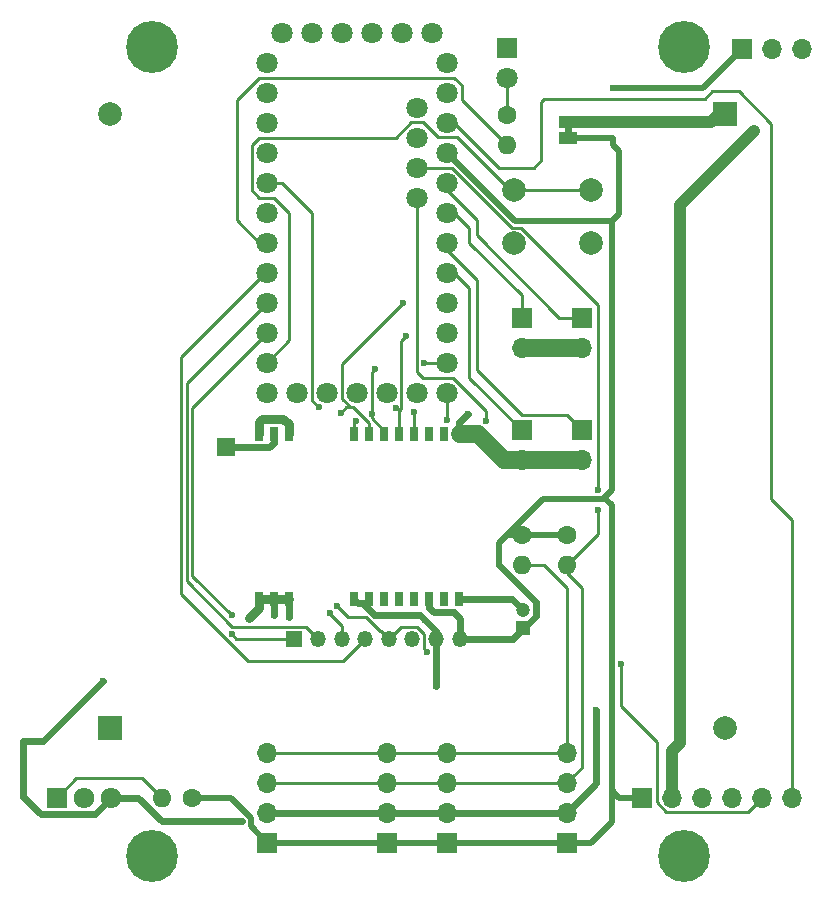
<source format=gbr>
%TF.GenerationSoftware,KiCad,Pcbnew,6.0.11-2627ca5db0~126~ubuntu22.04.1*%
%TF.CreationDate,2023-08-15T16:50:11+02:00*%
%TF.ProjectId,HB-UNI-SEN-BATT_E07-900M10S_FUEL4EP,48422d55-4e49-42d5-9345-4e2d42415454,1.0*%
%TF.SameCoordinates,Original*%
%TF.FileFunction,Copper,L1,Top*%
%TF.FilePolarity,Positive*%
%FSLAX46Y46*%
G04 Gerber Fmt 4.6, Leading zero omitted, Abs format (unit mm)*
G04 Created by KiCad (PCBNEW 6.0.11-2627ca5db0~126~ubuntu22.04.1) date 2023-08-15 16:50:11*
%MOMM*%
%LPD*%
G01*
G04 APERTURE LIST*
G04 Aperture macros list*
%AMRoundRect*
0 Rectangle with rounded corners*
0 $1 Rounding radius*
0 $2 $3 $4 $5 $6 $7 $8 $9 X,Y pos of 4 corners*
0 Add a 4 corners polygon primitive as box body*
4,1,4,$2,$3,$4,$5,$6,$7,$8,$9,$2,$3,0*
0 Add four circle primitives for the rounded corners*
1,1,$1+$1,$2,$3*
1,1,$1+$1,$4,$5*
1,1,$1+$1,$6,$7*
1,1,$1+$1,$8,$9*
0 Add four rect primitives between the rounded corners*
20,1,$1+$1,$2,$3,$4,$5,0*
20,1,$1+$1,$4,$5,$6,$7,0*
20,1,$1+$1,$6,$7,$8,$9,0*
20,1,$1+$1,$8,$9,$2,$3,0*%
G04 Aperture macros list end*
%TA.AperFunction,ComponentPad*%
%ADD10R,1.800000X1.800000*%
%TD*%
%TA.AperFunction,ComponentPad*%
%ADD11C,1.800000*%
%TD*%
%TA.AperFunction,ComponentPad*%
%ADD12R,1.700000X1.700000*%
%TD*%
%TA.AperFunction,ComponentPad*%
%ADD13O,1.700000X1.700000*%
%TD*%
%TA.AperFunction,ComponentPad*%
%ADD14R,2.000000X2.000000*%
%TD*%
%TA.AperFunction,ComponentPad*%
%ADD15C,2.000000*%
%TD*%
%TA.AperFunction,ComponentPad*%
%ADD16R,1.200000X1.200000*%
%TD*%
%TA.AperFunction,ComponentPad*%
%ADD17C,1.200000*%
%TD*%
%TA.AperFunction,ComponentPad*%
%ADD18C,1.600000*%
%TD*%
%TA.AperFunction,ComponentPad*%
%ADD19O,1.600000X1.600000*%
%TD*%
%TA.AperFunction,ComponentPad*%
%ADD20R,1.717500X1.800000*%
%TD*%
%TA.AperFunction,ComponentPad*%
%ADD21O,1.717500X1.800000*%
%TD*%
%TA.AperFunction,SMDPad,CuDef*%
%ADD22R,0.800000X1.270000*%
%TD*%
%TA.AperFunction,SMDPad,CuDef*%
%ADD23R,1.500000X1.000000*%
%TD*%
%TA.AperFunction,ComponentPad*%
%ADD24C,0.700000*%
%TD*%
%TA.AperFunction,ComponentPad*%
%ADD25C,4.400000*%
%TD*%
%TA.AperFunction,ComponentPad*%
%ADD26R,1.350000X1.350000*%
%TD*%
%TA.AperFunction,ComponentPad*%
%ADD27O,1.350000X1.350000*%
%TD*%
%TA.AperFunction,ComponentPad*%
%ADD28RoundRect,0.250000X-0.550000X-0.550000X0.550000X-0.550000X0.550000X0.550000X-0.550000X0.550000X0*%
%TD*%
%TA.AperFunction,ViaPad*%
%ADD29C,0.600000*%
%TD*%
%TA.AperFunction,ViaPad*%
%ADD30C,1.000000*%
%TD*%
%TA.AperFunction,Conductor*%
%ADD31C,1.500000*%
%TD*%
%TA.AperFunction,Conductor*%
%ADD32C,0.600000*%
%TD*%
%TA.AperFunction,Conductor*%
%ADD33C,0.800000*%
%TD*%
%TA.AperFunction,Conductor*%
%ADD34C,0.250000*%
%TD*%
%TA.AperFunction,Conductor*%
%ADD35C,0.500000*%
%TD*%
%TA.AperFunction,Conductor*%
%ADD36C,1.000000*%
%TD*%
G04 APERTURE END LIST*
%TO.C,JP2*%
G36*
X50557000Y64500000D02*
G01*
X49957000Y64500000D01*
X49957000Y65000000D01*
X50557000Y65000000D01*
X50557000Y64500000D01*
G37*
%TD*%
D10*
%TO.P,D1,1,K*%
%TO.N,GND*%
X45050000Y71720000D03*
D11*
%TO.P,D1,2,A*%
%TO.N,Net-(D1-Pad2)*%
X45050000Y69180000D03*
%TD*%
D12*
%TO.P,J1,1,Pin_1*%
%TO.N,/A0*%
X46320000Y39335000D03*
D13*
%TO.P,J1,2,Pin_2*%
%TO.N,GND*%
X46320000Y36795000D03*
%TD*%
D12*
%TO.P,J2,1,Pin_1*%
%TO.N,/A1*%
X51400000Y39335000D03*
D13*
%TO.P,J2,2,Pin_2*%
%TO.N,GND*%
X51400000Y36795000D03*
%TD*%
D12*
%TO.P,J7,1,Pin_1*%
%TO.N,VCC*%
X34890000Y4410000D03*
D13*
%TO.P,J7,2,Pin_2*%
%TO.N,GND*%
X34890000Y6950000D03*
%TO.P,J7,3,Pin_3*%
%TO.N,/SCL*%
X34890000Y9490000D03*
%TO.P,J7,4,Pin_4*%
%TO.N,/SDA*%
X34890000Y12030000D03*
%TD*%
D14*
%TO.P,BT1,1,+*%
%TO.N,/plusBAT*%
X63490000Y66140000D03*
D15*
%TO.P,BT1,2,-*%
%TO.N,/conBAT*%
X63490000Y14150000D03*
%TD*%
D12*
%TO.P,J3,1,Pin_1*%
%TO.N,/A2*%
X46320000Y48860000D03*
D13*
%TO.P,J3,2,Pin_2*%
%TO.N,GND*%
X46320000Y46320000D03*
%TD*%
D12*
%TO.P,J4,1,Pin_1*%
%TO.N,/A3*%
X51400000Y48860000D03*
D13*
%TO.P,J4,2,Pin_2*%
%TO.N,GND*%
X51400000Y46320000D03*
%TD*%
D12*
%TO.P,J5,1,Pin_1*%
%TO.N,VCC*%
X56480000Y8220000D03*
D13*
%TO.P,J5,2,Pin_2*%
%TO.N,/minusBAT*%
X59020000Y8220000D03*
%TO.P,J5,3,Pin_3*%
%TO.N,/MOSI*%
X61560000Y8220000D03*
%TO.P,J5,4,Pin_4*%
%TO.N,/SCK*%
X64100000Y8220000D03*
%TO.P,J5,5,Pin_5*%
%TO.N,/MISO*%
X66640000Y8220000D03*
%TO.P,J5,6,Pin_6*%
%TO.N,/RSET*%
X69180000Y8220000D03*
%TD*%
D12*
%TO.P,J6,1,Pin_1*%
%TO.N,VCC*%
X24730000Y4410000D03*
D13*
%TO.P,J6,2,Pin_2*%
%TO.N,GND*%
X24730000Y6950000D03*
%TO.P,J6,3,Pin_3*%
%TO.N,/SCL*%
X24730000Y9490000D03*
%TO.P,J6,4,Pin_4*%
%TO.N,/SDA*%
X24730000Y12030000D03*
%TD*%
D16*
%TO.P,C1,1*%
%TO.N,VCC*%
X46447000Y22596400D03*
D17*
%TO.P,C1,2*%
%TO.N,GND*%
X46447000Y24096400D03*
%TD*%
D18*
%TO.P,R4,1*%
%TO.N,VCC*%
X50130000Y30445000D03*
D19*
%TO.P,R4,2*%
%TO.N,/SCL*%
X50130000Y27905000D03*
%TD*%
D18*
%TO.P,R5,1*%
%TO.N,VCC*%
X46320000Y30445000D03*
D19*
%TO.P,R5,2*%
%TO.N,/SDA*%
X46320000Y27905000D03*
%TD*%
D18*
%TO.P,R1,1*%
%TO.N,Net-(D1-Pad2)*%
X45050000Y66005000D03*
D19*
%TO.P,R1,2*%
%TO.N,Net-(Module2-Pad7C)*%
X45050000Y63465000D03*
%TD*%
D18*
%TO.P,R3,1*%
%TO.N,VCC*%
X18380000Y8220000D03*
D19*
%TO.P,R3,2*%
%TO.N,Net-(Q1-Pad1)*%
X15840000Y8220000D03*
%TD*%
D20*
%TO.P,Q1,1,G*%
%TO.N,Net-(Q1-Pad1)*%
X6950000Y8220000D03*
D21*
%TO.P,Q1,2,D*%
%TO.N,/minusBAT*%
X9240000Y8220000D03*
%TO.P,Q1,3,S*%
%TO.N,GND*%
X11530000Y8220000D03*
%TD*%
D12*
%TO.P,J9,1,Pin_1*%
%TO.N,VCC*%
X50130000Y4410000D03*
D13*
%TO.P,J9,2,Pin_2*%
%TO.N,GND*%
X50130000Y6950000D03*
%TO.P,J9,3,Pin_3*%
%TO.N,/SCL*%
X50130000Y9490000D03*
%TO.P,J9,4,Pin_4*%
%TO.N,/SDA*%
X50130000Y12030000D03*
%TD*%
D12*
%TO.P,J10,1,Pin_1*%
%TO.N,VCC*%
X64989000Y71656500D03*
D13*
%TO.P,J10,2,Pin_2*%
%TO.N,/plusBAT*%
X67529000Y71656500D03*
%TO.P,J10,3,Pin_3*%
%TO.N,/minusBAT*%
X70069000Y71656500D03*
%TD*%
D11*
%TO.P,Module2,1A,VCC*%
%TO.N,unconnected-(Module2-Pad1A)*%
X39970000Y70450000D03*
%TO.P,Module2,1B,PC2/TCK*%
%TO.N,unconnected-(Module2-Pad1B)*%
X27270000Y42510000D03*
%TO.P,Module2,1C,PD1/TXD0*%
%TO.N,unconnected-(Module2-Pad1C)*%
X24730000Y70450000D03*
%TO.P,Module2,1D,DTR*%
%TO.N,unconnected-(Module2-Pad1D)*%
X26000000Y72990000D03*
%TO.P,Module2,1E,VCC*%
%TO.N,unconnected-(Module2-Pad1E)*%
X37430000Y66640000D03*
%TO.P,Module2,2A,GND*%
%TO.N,GND*%
X39970000Y67910000D03*
%TO.P,Module2,2B,PC4/TD0*%
%TO.N,unconnected-(Module2-Pad2B)*%
X29810000Y42510000D03*
%TO.P,Module2,2C,PD0/RXD0*%
%TO.N,unconnected-(Module2-Pad2C)*%
X24730000Y67910000D03*
%TO.P,Module2,2D,PD1/TXD0*%
%TO.N,unconnected-(Module2-Pad2D)*%
X28540000Y72990000D03*
%TO.P,Module2,2E,GND*%
%TO.N,GND*%
X37430000Y64100000D03*
%TO.P,Module2,3A,RST*%
%TO.N,/RSET*%
X39970000Y65370000D03*
%TO.P,Module2,3B,PC5/TDI*%
%TO.N,unconnected-(Module2-Pad3B)*%
X32350000Y42510000D03*
%TO.P,Module2,3C,RST*%
%TO.N,unconnected-(Module2-Pad3C)*%
X24730000Y65370000D03*
%TO.P,Module2,3D,PD0/RXD0*%
%TO.N,unconnected-(Module2-Pad3D)*%
X31080000Y72990000D03*
%TO.P,Module2,3E,PC0/SCL*%
%TO.N,/SCL*%
X37430000Y61560000D03*
%TO.P,Module2,4A,VCC*%
%TO.N,VCC*%
X39970000Y62830000D03*
%TO.P,Module2,4B,PB1/T1*%
%TO.N,unconnected-(Module2-Pad4B)*%
X34890000Y42510000D03*
%TO.P,Module2,4C,GND*%
%TO.N,GND*%
X24730000Y62830000D03*
%TO.P,Module2,4D,VCC*%
%TO.N,unconnected-(Module2-Pad4D)*%
X33620000Y72990000D03*
%TO.P,Module2,4E,PC1/SDA*%
%TO.N,/SDA*%
X37430000Y59020000D03*
%TO.P,Module2,5A,PB2/A3*%
%TO.N,/A3*%
X39970000Y60290000D03*
%TO.P,Module2,5B,PB0/T0*%
%TO.N,unconnected-(Module2-Pad5B)*%
X37430000Y42510000D03*
%TO.P,Module2,5C,PD2_2*%
%TO.N,/D2*%
X24730000Y60290000D03*
%TO.P,Module2,5D,GND*%
%TO.N,unconnected-(Module2-Pad5D)*%
X36160000Y72990000D03*
%TO.P,Module2,6A,PB3/A2*%
%TO.N,/A2*%
X39970000Y57750000D03*
%TO.P,Module2,6C,PD3_3*%
%TO.N,unconnected-(Module2-Pad6C)*%
X24730000Y57750000D03*
%TO.P,Module2,6D,GND*%
%TO.N,unconnected-(Module2-Pad6D)*%
X38700000Y72990000D03*
%TO.P,Module2,7A,PA1/A1*%
%TO.N,/A1*%
X39970000Y55210000D03*
%TO.P,Module2,7C,PD4_4*%
%TO.N,Net-(Module2-Pad7C)*%
X24730000Y55210000D03*
%TO.P,Module2,8A,PA0/A0*%
%TO.N,/A0*%
X39970000Y52670000D03*
%TO.P,Module2,8C,PD5_5*%
%TO.N,/D5*%
X24730000Y52670000D03*
%TO.P,Module2,9A,PB7/SCK*%
%TO.N,/SCK*%
X39970000Y50130000D03*
%TO.P,Module2,9C,PD6_6*%
%TO.N,/D6*%
X24730000Y50130000D03*
%TO.P,Module2,10A,PB6/MISO*%
%TO.N,/MISO*%
X39970000Y47590000D03*
%TO.P,Module2,10C,PD7_7*%
%TO.N,/D7*%
X24730000Y47590000D03*
%TO.P,Module2,11A,PB5/MOSI*%
%TO.N,/MOSI*%
X39970000Y45050000D03*
%TO.P,Module2,11C,PC6_8L*%
%TO.N,/CONFIG*%
X24730000Y45050000D03*
%TO.P,Module2,12A,PB4/~{SS}*%
%TO.N,/SS*%
X39970000Y42510000D03*
%TO.P,Module2,12C,PC3_9/TMS*%
%TO.N,unconnected-(Module2-Pad12C)*%
X24730000Y42510000D03*
%TD*%
D22*
%TO.P,Module1,1A,GND*%
%TO.N,GND*%
X41018000Y25051000D03*
%TO.P,Module1,1C,GND*%
X41018000Y39051000D03*
%TO.P,Module1,2A,NC*%
%TO.N,unconnected-(Module1-Pad2A)*%
X39748000Y25051000D03*
%TO.P,Module1,2C,NC*%
%TO.N,unconnected-(Module1-Pad2C)*%
X39748000Y39051000D03*
%TO.P,Module1,3A,VCC*%
%TO.N,VCC*%
X38478000Y25051000D03*
%TO.P,Module1,3C,GD02*%
%TO.N,unconnected-(Module1-Pad3C)*%
X38478000Y39051000D03*
%TO.P,Module1,4A,NC*%
%TO.N,unconnected-(Module1-Pad4A)*%
X37208000Y25051000D03*
%TO.P,Module1,4C,GD00*%
%TO.N,/D2*%
X37208000Y39051000D03*
%TO.P,Module1,5A,NC*%
%TO.N,unconnected-(Module1-Pad5A)*%
X35938000Y25051000D03*
%TO.P,Module1,5C,MISO/GD01*%
%TO.N,/MISO*%
X35938000Y39051000D03*
%TO.P,Module1,6A,NC*%
%TO.N,unconnected-(Module1-Pad6A)*%
X34668000Y25051000D03*
%TO.P,Module1,6C,MOSI*%
%TO.N,/MOSI*%
X34668000Y39051000D03*
%TO.P,Module1,7A,GND*%
%TO.N,GND*%
X33398000Y25051000D03*
%TO.P,Module1,7C,SCK*%
%TO.N,/SCK*%
X33398000Y39051000D03*
%TO.P,Module1,8A,GND*%
%TO.N,GND*%
X32128000Y25051000D03*
%TO.P,Module1,8C,~{CSN}*%
%TO.N,/SS*%
X32128000Y39051000D03*
%TO.P,Module1,9A,GND*%
%TO.N,GND*%
X26558000Y25051000D03*
%TO.P,Module1,9C,GND*%
X26558000Y39051000D03*
%TO.P,Module1,10A,GND*%
X25288000Y25051000D03*
%TO.P,Module1,10C,ANT*%
%TO.N,Net-(AE1-Pad1)*%
X25288000Y39051000D03*
%TO.P,Module1,11A,GND*%
%TO.N,GND*%
X24018000Y25051000D03*
%TO.P,Module1,11C,GND*%
X24018000Y39051000D03*
%TD*%
D23*
%TO.P,JP2,1,A*%
%TO.N,/plusBAT*%
X50257000Y65400000D03*
%TO.P,JP2,2,B*%
%TO.N,VCC*%
X50257000Y64100000D03*
%TD*%
D15*
%TO.P,SW1,1*%
%TO.N,/CONFIG*%
X52185000Y59655000D03*
X45685000Y59655000D03*
%TO.P,SW1,2*%
%TO.N,GND*%
X52185000Y55155000D03*
X45685000Y55155000D03*
%TD*%
D12*
%TO.P,J8,1,Pin_1*%
%TO.N,VCC*%
X39970000Y4410000D03*
D13*
%TO.P,J8,2,Pin_2*%
%TO.N,GND*%
X39970000Y6950000D03*
%TO.P,J8,3,Pin_3*%
%TO.N,/SCL*%
X39970000Y9490000D03*
%TO.P,J8,4,Pin_4*%
%TO.N,/SDA*%
X39970000Y12030000D03*
%TD*%
D24*
%TO.P,H2,1*%
%TO.N,N/C*%
X60000000Y69950000D03*
X58200000Y71750000D03*
X61272800Y73022800D03*
X58727200Y70477200D03*
X61272800Y70477200D03*
D25*
X60000000Y71750000D03*
D24*
X61800000Y71750000D03*
X58727200Y73022800D03*
X60000000Y73550000D03*
%TD*%
%TO.P,H4,1*%
%TO.N,N/C*%
X61800000Y3250000D03*
X60000000Y1450000D03*
X58727200Y4522800D03*
X58200000Y3250000D03*
X61272800Y1977200D03*
X58727200Y1977200D03*
X60000000Y5050000D03*
X61272800Y4522800D03*
D25*
X60000000Y3250000D03*
%TD*%
D24*
%TO.P,H1,1*%
%TO.N,N/C*%
X13727200Y73022800D03*
X13200000Y71750000D03*
X15000000Y73550000D03*
X16272800Y70477200D03*
X16272800Y73022800D03*
D25*
X15000000Y71750000D03*
D24*
X16800000Y71750000D03*
X15000000Y69950000D03*
X13727200Y70477200D03*
%TD*%
%TO.P,H3,1*%
%TO.N,N/C*%
X13727200Y1977200D03*
X16272800Y1977200D03*
X13727200Y4522800D03*
X16272800Y4522800D03*
X13200000Y3250000D03*
X16800000Y3250000D03*
D25*
X15000000Y3250000D03*
D24*
X15000000Y5050000D03*
X15000000Y1450000D03*
%TD*%
D26*
%TO.P,J11,1,Pin_1*%
%TO.N,/D7*%
X27048000Y21682000D03*
D27*
%TO.P,J11,2,Pin_2*%
%TO.N,/D6*%
X29048000Y21682000D03*
%TO.P,J11,3,Pin_3*%
%TO.N,/MISO*%
X31048000Y21682000D03*
%TO.P,J11,4,Pin_4*%
%TO.N,/D5*%
X33048000Y21682000D03*
%TO.P,J11,5,Pin_5*%
%TO.N,/SCK*%
X35048000Y21682000D03*
%TO.P,J11,6,Pin_6*%
%TO.N,/MOSI*%
X37048000Y21682000D03*
%TO.P,J11,7,Pin_7*%
%TO.N,GND*%
X39048000Y21682000D03*
%TO.P,J11,8,Pin_8*%
%TO.N,VCC*%
X41048000Y21682000D03*
%TD*%
D14*
%TO.P,BT2,1,+*%
%TO.N,/conBAT*%
X11420000Y14100000D03*
D15*
%TO.P,BT2,2,-*%
%TO.N,/minusBAT*%
X11420000Y66090000D03*
%TD*%
D28*
%TO.P,AE1,1,A*%
%TO.N,Net-(AE1-Pad1)*%
X21224800Y37887200D03*
%TD*%
D29*
%TO.N,GND*%
X10861600Y18075200D03*
X41748000Y40732000D03*
X26101600Y40274800D03*
X52619200Y15636800D03*
X22596400Y6238800D03*
X25408998Y40285500D03*
X26558800Y23510800D03*
X34686800Y23714000D03*
X25288800Y23663200D03*
X35906000Y23714000D03*
X36972800Y23714000D03*
X44389600Y37430000D03*
X43170400Y25034800D03*
X24628400Y40274800D03*
X38141200Y23282200D03*
X39055600Y17668800D03*
X23206000Y23434600D03*
%TO.N,/SS*%
X39970000Y40224000D03*
X32305826Y40107500D03*
%TO.N,/D2*%
X29108798Y41298834D03*
X37208000Y40859000D03*
%TO.N,/SCL*%
X52797000Y32604000D03*
X52797000Y34255000D03*
%TO.N,/SDA*%
X43271816Y40081645D03*
%TO.N,/MOSI*%
X38065000Y45050000D03*
X33874000Y44542000D03*
X33620000Y40732000D03*
%TO.N,/SCK*%
X30978400Y40808200D03*
X30673600Y24425200D03*
X38248500Y20585262D03*
X36287000Y50130000D03*
%TO.N,/MISO*%
X35677400Y41189200D03*
X54702000Y19523000D03*
X30038600Y23866400D03*
X36541000Y47336000D03*
%TO.N,VCC*%
X54067000Y63655500D03*
X54067000Y68354500D03*
D30*
%TO.N,/minusBAT*%
X65954200Y64701360D03*
D29*
%TO.N,/D7*%
X21732800Y23663200D03*
X21732800Y22088400D03*
%TD*%
D31*
%TO.N,GND*%
X46320000Y36795000D02*
X44821400Y36795000D01*
D32*
X41018000Y39051000D02*
X41018000Y40002000D01*
X32474400Y24704600D02*
X32128000Y25051000D01*
X32824192Y24704600D02*
X33814792Y23714000D01*
X34890000Y6950000D02*
X39970000Y6950000D01*
X50130000Y6950000D02*
X52619200Y9439200D01*
D33*
X24018000Y25051000D02*
X24018000Y24246600D01*
X26558000Y39829298D02*
X26101798Y40285500D01*
D32*
X4105200Y12995200D02*
X5781600Y12995200D01*
X10130000Y6820000D02*
X5591250Y6820000D01*
D33*
X24018000Y39051000D02*
X24018000Y40016000D01*
X25288000Y25051000D02*
X24018000Y25051000D01*
X26558000Y25051000D02*
X25288000Y25051000D01*
D32*
X4105200Y8306050D02*
X4105200Y12995200D01*
D31*
X44821400Y36795000D02*
X42565400Y39051000D01*
D32*
X38141200Y23282200D02*
X39048000Y22375400D01*
D33*
X26558000Y39051000D02*
X26558000Y39829298D01*
D32*
X39970000Y6950000D02*
X50130000Y6950000D01*
X13848377Y8220000D02*
X15829577Y6238800D01*
X39048000Y17676400D02*
X39055600Y17668800D01*
X39048000Y22375400D02*
X39048000Y21682000D01*
X26558000Y23511600D02*
X26558800Y23510800D01*
D33*
X24018000Y24246600D02*
X23206000Y23434600D01*
D32*
X32824192Y24704600D02*
X33051600Y24704600D01*
X25288000Y25051000D02*
X25288000Y23664000D01*
X33051600Y24704600D02*
X33398000Y25051000D01*
X26558000Y25051000D02*
X26558000Y23511600D01*
X32824192Y24704600D02*
X32474400Y24704600D01*
X39048000Y21682000D02*
X39048000Y17676400D01*
D31*
X46320000Y36795000D02*
X51400000Y36795000D01*
D32*
X5781600Y12995200D02*
X10861600Y18075200D01*
D33*
X24287500Y40285500D02*
X25209002Y40285500D01*
D31*
X42565400Y39051000D02*
X41097500Y39051000D01*
D32*
X11530000Y8220000D02*
X10130000Y6820000D01*
X11530000Y8220000D02*
X13848377Y8220000D01*
X25288000Y23664000D02*
X25288800Y23663200D01*
X37709400Y23714000D02*
X38141200Y23282200D01*
X5591250Y6820000D02*
X4105200Y8306050D01*
D33*
X26101798Y40285500D02*
X25408998Y40285500D01*
D31*
X46320000Y46320000D02*
X51400000Y46320000D01*
D32*
X33814792Y23714000D02*
X37709400Y23714000D01*
X41018000Y40002000D02*
X41748000Y40732000D01*
D33*
X24018000Y40016000D02*
X24287500Y40285500D01*
D32*
X15829577Y6238800D02*
X22596400Y6238800D01*
X52619200Y9439200D02*
X52619200Y15636800D01*
X41018000Y25051000D02*
X45492400Y25051000D01*
X24730000Y6950000D02*
X34890000Y6950000D01*
X45492400Y25051000D02*
X46447000Y24096400D01*
D34*
%TO.N,Net-(D1-Pad2)*%
X45050000Y66005000D02*
X45050000Y69180000D01*
%TO.N,/SS*%
X39970000Y40224000D02*
X39970000Y42510000D01*
X32128000Y39081000D02*
X32128000Y39929674D01*
X32128000Y39929674D02*
X32305826Y40107500D01*
%TO.N,/D2*%
X28585000Y57707792D02*
X26002792Y60290000D01*
X28585000Y41822632D02*
X28585000Y57707792D01*
X37208000Y40700000D02*
X37176000Y40732000D01*
X29108798Y41298834D02*
X28585000Y41822632D01*
X37176000Y40732000D02*
X37208000Y40764000D01*
X26002792Y60290000D02*
X24730000Y60290000D01*
X37208000Y40764000D02*
X37208000Y40859000D01*
X37208000Y39081000D02*
X37208000Y40700000D01*
%TO.N,/SCL*%
X34890000Y9490000D02*
X39970000Y9490000D01*
X39970000Y9490000D02*
X50130000Y9490000D01*
X51400000Y26000000D02*
X51400000Y10760000D01*
X50130000Y27270000D02*
X51400000Y26000000D01*
X50765000Y10125000D02*
X51400000Y10760000D01*
X45512412Y56480000D02*
X46233833Y56480000D01*
X46233833Y56480000D02*
X52797000Y49916833D01*
X52797000Y30572000D02*
X50130000Y27905000D01*
X52797000Y49916833D02*
X52797000Y34255000D01*
X52797000Y32604000D02*
X52797000Y30572000D01*
X37430000Y61560000D02*
X40432412Y61560000D01*
X24730000Y9490000D02*
X34890000Y9490000D01*
X50130000Y9490000D02*
X50765000Y10125000D01*
X40432412Y61560000D02*
X45512412Y56480000D01*
%TO.N,/SDA*%
X39970000Y12030000D02*
X50130000Y12030000D01*
X48225000Y27905000D02*
X50130000Y26000000D01*
X34890000Y12030000D02*
X39970000Y12030000D01*
X24730000Y12030000D02*
X34890000Y12030000D01*
X37430000Y44242412D02*
X37937412Y43735000D01*
X37937412Y43735000D02*
X40477412Y43735000D01*
X46320000Y27905000D02*
X48225000Y27905000D01*
X50130000Y12030000D02*
X50130000Y26000000D01*
X43271816Y40940596D02*
X43271816Y40081645D01*
X37430000Y59020000D02*
X37430000Y44242412D01*
X40477412Y43735000D02*
X43271816Y40940596D01*
%TO.N,/A0*%
X41875000Y43780000D02*
X46320000Y39335000D01*
X41875000Y51400000D02*
X41875000Y43780000D01*
X41875000Y51400000D02*
X40605000Y52670000D01*
%TO.N,/A1*%
X42510000Y44415000D02*
X46320000Y40605000D01*
X46320000Y40605000D02*
X50130000Y40605000D01*
X50130000Y40605000D02*
X51400000Y39335000D01*
X42510000Y52035000D02*
X39970000Y54575000D01*
X42510000Y52035000D02*
X42510000Y44415000D01*
%TO.N,/A2*%
X41875000Y55210000D02*
X46320000Y50765000D01*
X46320000Y50765000D02*
X46320000Y48860000D01*
X40605000Y57750000D02*
X41875000Y56480000D01*
X41875000Y56480000D02*
X41875000Y55210000D01*
%TO.N,/A3*%
X42510000Y57115000D02*
X39970000Y59655000D01*
X42510000Y55845000D02*
X49495000Y48860000D01*
X49495000Y48860000D02*
X51400000Y48860000D01*
X42510000Y57115000D02*
X42510000Y55845000D01*
%TO.N,/MOSI*%
X39970000Y45050000D02*
X38065000Y45050000D01*
X33620000Y44288000D02*
X33874000Y44542000D01*
X34668000Y39316000D02*
X33620000Y40364000D01*
X33620000Y40364000D02*
X33620000Y44288000D01*
%TO.N,/SCK*%
X31842588Y41285000D02*
X31125000Y42002588D01*
X31455200Y41285000D02*
X31842588Y41285000D01*
X31125000Y44968000D02*
X36287000Y50130000D01*
X34400300Y22329700D02*
X34315914Y22329700D01*
X30978400Y40808200D02*
X31455200Y41285000D01*
X31580800Y23518000D02*
X30673600Y24425200D01*
X38048000Y22096214D02*
X38048000Y20785762D01*
X35048000Y21682000D02*
X36048000Y22682000D01*
X33398000Y38605000D02*
X33398000Y39938000D01*
X32051000Y41285000D02*
X31842588Y41285000D01*
X31125000Y42002588D02*
X31125000Y44968000D01*
X36048000Y22682000D02*
X37462214Y22682000D01*
X38048000Y20785762D02*
X38248500Y20585262D01*
X33127614Y23518000D02*
X31580800Y23518000D01*
X35048000Y21682000D02*
X34400300Y22329700D01*
X33398000Y39938000D02*
X32051000Y41285000D01*
X34315914Y22329700D02*
X33127614Y23518000D01*
X37462214Y22682000D02*
X38048000Y22096214D01*
%TO.N,/MISO*%
X36115000Y41158000D02*
X36115000Y46910000D01*
X36115000Y41158000D02*
X35708600Y41158000D01*
X31048000Y22730000D02*
X31048000Y21682000D01*
X58533299Y7045000D02*
X57740001Y7838298D01*
X54702000Y15967000D02*
X54702000Y19523000D01*
X35938000Y40981000D02*
X35938000Y39051000D01*
X30038600Y23866400D02*
X30038600Y23739400D01*
X57740001Y12928999D02*
X54702000Y15967000D01*
X35708600Y41158000D02*
X35677400Y41189200D01*
X36115000Y41158000D02*
X35938000Y40981000D01*
X57740001Y7838298D02*
X57740001Y12928999D01*
X66640000Y8220000D02*
X65465000Y7045000D01*
X30038600Y23739400D02*
X31048000Y22730000D01*
X36115000Y46910000D02*
X36541000Y47336000D01*
X65465000Y7045000D02*
X58533299Y7045000D01*
%TO.N,/RSET*%
X64671500Y68037000D02*
X62449000Y68037000D01*
X69180000Y8220000D02*
X69180000Y31753100D01*
X61814000Y67402000D02*
X48225000Y67402000D01*
X47336000Y61560000D02*
X44415000Y61560000D01*
X67402000Y65306500D02*
X64671500Y68037000D01*
X48225000Y67402000D02*
X47971000Y67148000D01*
X47971000Y62195000D02*
X47336000Y61560000D01*
X67402000Y33531100D02*
X67402000Y65306500D01*
X62449000Y68037000D02*
X61814000Y67402000D01*
X69180000Y31753100D02*
X67402000Y33531100D01*
X44415000Y61560000D02*
X40605000Y65370000D01*
X47971000Y67148000D02*
X47971000Y62195000D01*
%TO.N,Net-(Q1-Pad1)*%
X14189000Y9871000D02*
X8601000Y9871000D01*
X15840000Y8220000D02*
X14189000Y9871000D01*
X8601000Y9871000D02*
X6950000Y8220000D01*
D35*
%TO.N,VCC*%
X34890000Y4410000D02*
X39970000Y4410000D01*
X39970000Y4410000D02*
X50130000Y4410000D01*
X53940000Y34255000D02*
X53940000Y57040000D01*
X45050000Y30445000D02*
X44415000Y29810000D01*
X44415000Y29810000D02*
X44415000Y27905000D01*
X54575000Y8220000D02*
X56480000Y8220000D01*
X45050000Y30445000D02*
X48110500Y33505500D01*
X54067000Y64100000D02*
X54067000Y63655500D01*
D32*
X41048000Y23398000D02*
X41048000Y21682000D01*
D35*
X46471799Y57054501D02*
X45750378Y57054501D01*
D32*
X45532600Y21682000D02*
X46447000Y22596400D01*
D35*
X53107454Y33505500D02*
X53221954Y33620000D01*
X52160000Y4410000D02*
X50130000Y4410000D01*
D32*
X40530000Y23916000D02*
X41048000Y23398000D01*
D35*
X23345901Y6549253D02*
X23345901Y5794099D01*
D32*
X38478000Y24286000D02*
X38848000Y23916000D01*
D35*
X40670378Y62134501D02*
X40665499Y62134501D01*
X48110500Y33505500D02*
X53107454Y33505500D01*
X53940000Y32985000D02*
X53940000Y8855000D01*
X46486300Y57040000D02*
X46471799Y57054501D01*
X45750378Y57054501D02*
X40670378Y62134501D01*
X38478000Y24642000D02*
X38478000Y25081000D01*
D32*
X44415000Y27905000D02*
X47547000Y24773000D01*
D35*
X61623500Y68291000D02*
X54067000Y68291000D01*
D32*
X38478000Y25051000D02*
X38478000Y24286000D01*
X38848000Y23916000D02*
X40530000Y23916000D01*
D35*
X53305000Y33620000D02*
X53940000Y32985000D01*
X53940000Y6190000D02*
X52160000Y4410000D01*
X40665499Y62134501D02*
X39970000Y62830000D01*
X53940000Y57040000D02*
X46486300Y57040000D01*
X64989000Y71656500D02*
X61623500Y68291000D01*
X24730000Y4410000D02*
X34890000Y4410000D01*
X23345901Y5794099D02*
X24730000Y4410000D01*
X54067000Y68291000D02*
X54067000Y68354500D01*
X45050000Y30445000D02*
X46320000Y30445000D01*
X54575000Y57675000D02*
X53940000Y57040000D01*
X21675154Y8220000D02*
X23345901Y6549253D01*
X18380000Y8220000D02*
X21675154Y8220000D01*
X54575000Y63020500D02*
X54575000Y57675000D01*
X53940000Y8855000D02*
X53940000Y6190000D01*
D32*
X47547000Y24773000D02*
X47547000Y23640765D01*
X41048000Y21682000D02*
X45532600Y21682000D01*
D35*
X53940000Y8855000D02*
X54575000Y8220000D01*
X54067000Y63528500D02*
X54575000Y63020500D01*
X54067000Y64100000D02*
X54067000Y63528500D01*
X53221954Y33620000D02*
X53305000Y33620000D01*
X46320000Y30445000D02*
X50130000Y30445000D01*
X50257000Y64100000D02*
X54067000Y64100000D01*
D32*
X47547000Y23640765D02*
X46502635Y22596400D01*
D35*
X53305000Y33620000D02*
X53940000Y34255000D01*
D34*
%TO.N,Net-(Module2-Pad7C)*%
X41240000Y68545000D02*
X40605000Y69180000D01*
X45050000Y63465000D02*
X41240000Y67275000D01*
X24095000Y69180000D02*
X22190000Y67275000D01*
X40605000Y69180000D02*
X24095000Y69180000D01*
X22190000Y57115000D02*
X24095000Y55210000D01*
X41240000Y67275000D02*
X41240000Y68545000D01*
X22190000Y67275000D02*
X22190000Y57115000D01*
D36*
%TO.N,/minusBAT*%
X59667700Y58414860D02*
X65954200Y64701360D01*
X59020000Y8220000D02*
X59020000Y12196002D01*
X59667700Y12843702D02*
X59667700Y58414860D01*
X59020000Y12196002D02*
X59667700Y12843702D01*
%TO.N,/plusBAT*%
X50257000Y65400000D02*
X62300000Y65400000D01*
X62300000Y65400000D02*
X63500000Y66600000D01*
D34*
%TO.N,/D5*%
X17480998Y25457025D02*
X23128023Y19810000D01*
X23128023Y19810000D02*
X31176000Y19810000D01*
X31176000Y19810000D02*
X33048000Y21682000D01*
X24750000Y52800000D02*
X17480998Y45530998D01*
X17480998Y45530998D02*
X17480998Y25457025D01*
%TO.N,/D6*%
X17930499Y26582324D02*
X17930499Y43330499D01*
X21991477Y22712900D02*
X21799923Y22712900D01*
X21799923Y22712900D02*
X17930499Y26582324D01*
X28048000Y22682000D02*
X22022377Y22682000D01*
X22022377Y22682000D02*
X21991477Y22712900D01*
X17930499Y43330499D02*
X24730000Y50130000D01*
X29048000Y21682000D02*
X28048000Y22682000D01*
%TO.N,/D7*%
X18380000Y41240000D02*
X24730000Y47590000D01*
X21732800Y22088400D02*
X22139200Y21682000D01*
X22139200Y21682000D02*
X27048000Y21682000D01*
X18380000Y27016000D02*
X18380000Y41240000D01*
X18380000Y27016000D02*
X21732800Y23663200D01*
%TO.N,/CONFIG*%
X37928003Y65414999D02*
X36931997Y65414999D01*
X23460000Y59655000D02*
X23460000Y63465000D01*
X24095000Y64100000D02*
X35616998Y64100000D01*
X23460000Y63465000D02*
X24095000Y64100000D01*
X24095000Y59020000D02*
X23460000Y59655000D01*
X36931997Y65414999D02*
X35616998Y64100000D01*
X45685000Y59655000D02*
X52185000Y59655000D01*
X26635000Y57750000D02*
X25365000Y59020000D01*
X26635000Y46955000D02*
X26635000Y57750000D01*
X24730000Y45050000D02*
X26635000Y46955000D01*
X45345000Y59655000D02*
X40855001Y64144999D01*
X25365000Y59020000D02*
X24095000Y59020000D01*
X39198003Y64144999D02*
X37928003Y65414999D01*
X40855001Y64144999D02*
X39198003Y64144999D01*
D32*
%TO.N,Net-(AE1-Pad1)*%
X25288000Y38286000D02*
X24918000Y37916000D01*
X25288000Y39051000D02*
X25288000Y38286000D01*
X24918000Y37916000D02*
X21323000Y37916000D01*
%TD*%
M02*

</source>
